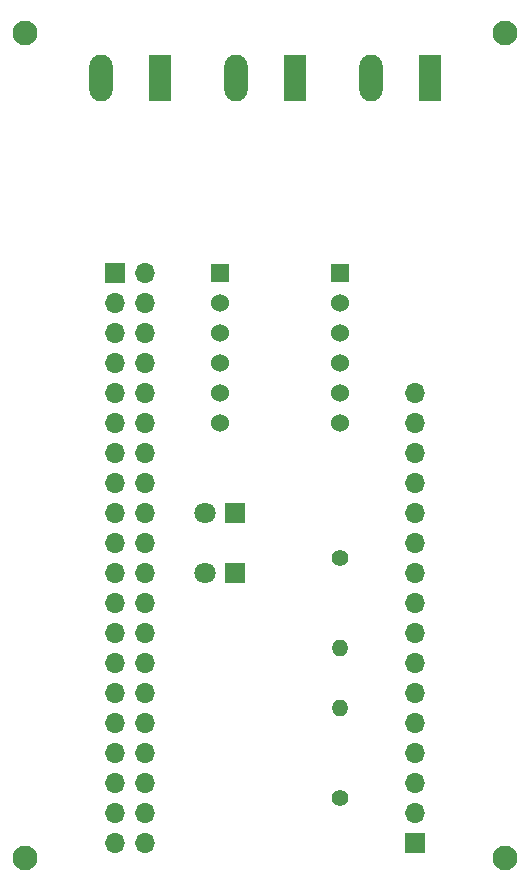
<source format=gbr>
%TF.GenerationSoftware,KiCad,Pcbnew,(5.1.8)-1*%
%TF.CreationDate,2020-12-08T02:20:49-08:00*%
%TF.ProjectId,pihidscan,70696869-6473-4636-916e-2e6b69636164,rev?*%
%TF.SameCoordinates,Original*%
%TF.FileFunction,Soldermask,Bot*%
%TF.FilePolarity,Negative*%
%FSLAX46Y46*%
G04 Gerber Fmt 4.6, Leading zero omitted, Abs format (unit mm)*
G04 Created by KiCad (PCBNEW (5.1.8)-1) date 2020-12-08 02:20:49*
%MOMM*%
%LPD*%
G01*
G04 APERTURE LIST*
%ADD10O,1.700000X1.700000*%
%ADD11R,1.700000X1.700000*%
%ADD12C,1.800000*%
%ADD13R,1.800000X1.800000*%
%ADD14C,2.100000*%
%ADD15O,1.980000X3.960000*%
%ADD16R,1.980000X3.960000*%
%ADD17C,1.524000*%
%ADD18R,1.524000X1.524000*%
%ADD19O,1.400000X1.400000*%
%ADD20C,1.400000*%
G04 APERTURE END LIST*
D10*
%TO.C,LCD Disp*%
X83820000Y-67310000D03*
X83820000Y-69850000D03*
X83820000Y-72390000D03*
X83820000Y-74930000D03*
X83820000Y-77470000D03*
X83820000Y-80010000D03*
X83820000Y-82550000D03*
X83820000Y-85090000D03*
X83820000Y-87630000D03*
X83820000Y-90170000D03*
X83820000Y-92710000D03*
X83820000Y-95250000D03*
X83820000Y-97790000D03*
X83820000Y-100330000D03*
X83820000Y-102870000D03*
D11*
X83820000Y-105410000D03*
%TD*%
D10*
%TO.C,Pi Conn*%
X60960000Y-105410000D03*
X58420000Y-105410000D03*
X60960000Y-102870000D03*
X58420000Y-102870000D03*
X60960000Y-100330000D03*
X58420000Y-100330000D03*
X60960000Y-97790000D03*
X58420000Y-97790000D03*
X60960000Y-95250000D03*
X58420000Y-95250000D03*
X60960000Y-92710000D03*
X58420000Y-92710000D03*
X60960000Y-90170000D03*
X58420000Y-90170000D03*
X60960000Y-87630000D03*
X58420000Y-87630000D03*
X60960000Y-85090000D03*
X58420000Y-85090000D03*
X60960000Y-82550000D03*
X58420000Y-82550000D03*
X60960000Y-80010000D03*
X58420000Y-80010000D03*
X60960000Y-77470000D03*
X58420000Y-77470000D03*
X60960000Y-74930000D03*
X58420000Y-74930000D03*
X60960000Y-72390000D03*
X58420000Y-72390000D03*
X60960000Y-69850000D03*
X58420000Y-69850000D03*
X60960000Y-67310000D03*
X58420000Y-67310000D03*
X60960000Y-64770000D03*
X58420000Y-64770000D03*
X60960000Y-62230000D03*
X58420000Y-62230000D03*
X60960000Y-59690000D03*
X58420000Y-59690000D03*
X60960000Y-57150000D03*
D11*
X58420000Y-57150000D03*
%TD*%
D12*
%TO.C,PWR*%
X66040000Y-77470000D03*
D13*
X68580000Y-77470000D03*
%TD*%
D12*
%TO.C,DI*%
X66040000Y-82550000D03*
D13*
X68580000Y-82550000D03*
%TD*%
D14*
%TO.C,REF\u002A\u002A*%
X50800000Y-36830000D03*
%TD*%
%TO.C,REF\u002A\u002A*%
X91440000Y-36830000D03*
%TD*%
%TO.C,REF\u002A\u002A*%
X91440000Y-106680000D03*
%TD*%
%TO.C,REF\u002A\u002A*%
X50800000Y-106680000D03*
%TD*%
D15*
%TO.C,+ HIDPWD -*%
X57230000Y-40640000D03*
D16*
X62230000Y-40640000D03*
%TD*%
D17*
%TO.C,L                  H*%
X77470000Y-69850000D03*
X77470000Y-67310000D03*
X77470000Y-64770000D03*
X77470000Y-62230000D03*
X77470000Y-59690000D03*
D18*
X77470000Y-57150000D03*
D17*
X67310000Y-69850000D03*
X67310000Y-67310000D03*
X67310000Y-64770000D03*
X67310000Y-62230000D03*
X67310000Y-59690000D03*
D18*
X67310000Y-57150000D03*
%TD*%
D19*
%TO.C,R2*%
X77470000Y-88900000D03*
D20*
X77470000Y-81280000D03*
%TD*%
D19*
%TO.C,R1*%
X77470000Y-93980000D03*
D20*
X77470000Y-101600000D03*
%TD*%
D15*
%TO.C,Relay      *%
X80090000Y-40640000D03*
D16*
X85090000Y-40640000D03*
%TD*%
D15*
%TO.C,D0 Data D1*%
X68660000Y-40640000D03*
D16*
X73660000Y-40640000D03*
%TD*%
M02*

</source>
